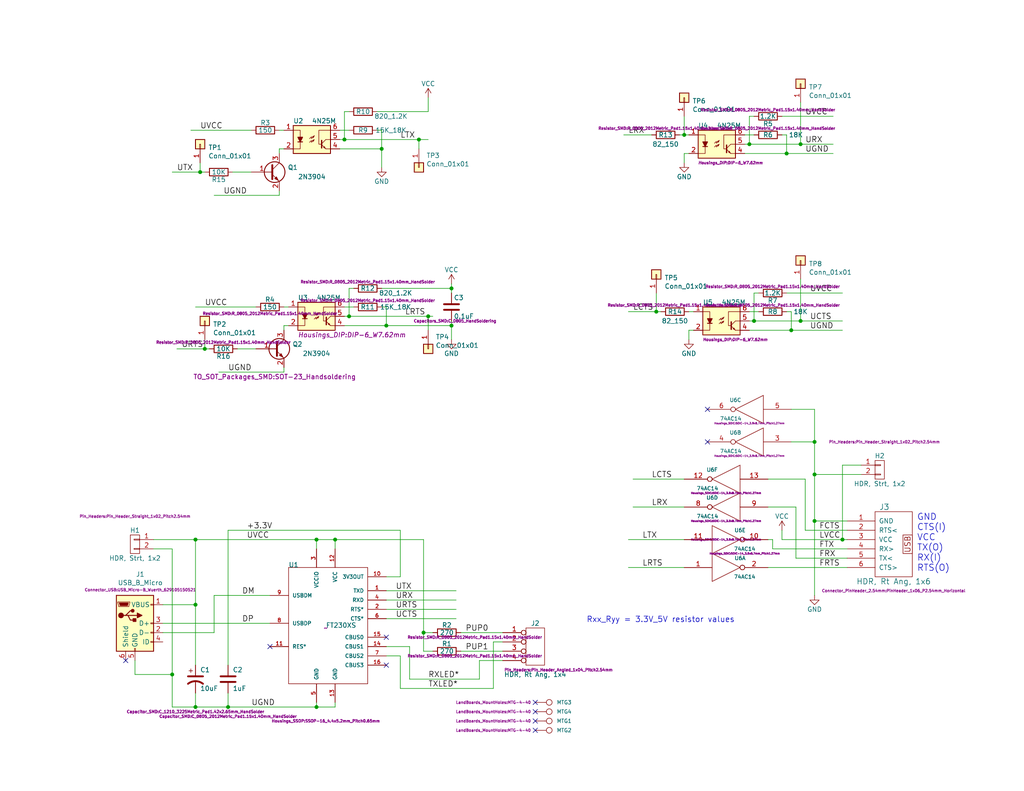
<source format=kicad_sch>
(kicad_sch (version 20211123) (generator eeschema)
  (paper "A")
  (title_block (title "Opto-Isolated USB to FTDI Interface") (date "2022-10-30") (rev "4"))
  (lib_symbols
    (symbol "Connector:USB_B_Micro" (pin_names (offset 1.016))
      (property "Reference" "J" (at -5.08 11.43 0))
      (property "Value" "USB_B_Micro" (at -5.08 8.89 0))
      (symbol "USB_B_Micro_0_1"
        (rectangle (start -5.08 -7.62) (end 5.08 7.62) (stroke (width 0.254)) (fill (type background)))
        (circle (center -3.81 2.159) (radius 0.635) (stroke (width 0.254)) (fill (type outline)))
        (circle (center -0.635 3.429) (radius 0.381) (stroke (width 0.254)) (fill (type outline)))
        (rectangle (start -0.127 -7.62) (end 0.127 -6.858))
        (polyline (pts (xy -1.905 2.159) (xy 0.635 2.159)) (stroke (width 0.254)))
        (polyline (pts (xy -3.175 2.159) (xy -2.54 2.159) (xy -1.27 3.429) (xy -0.635 3.429)) (stroke (width 0.254)))
        (polyline (pts (xy -2.54 2.159) (xy -1.905 2.159) (xy -1.27 0.889) (xy 0 0.889)) (stroke (width 0.254)))
        (polyline (pts (xy 0.635 2.794) (xy 0.635 1.524) (xy 1.905 2.159) (xy 0.635 2.794)) (stroke (width 0.254)) (fill (type outline)))
        (polyline (pts (xy -4.318 5.588) (xy -1.778 5.588) (xy -2.032 4.826) (xy -4.064 4.826) (xy -4.318 5.588)) (fill (type outline)))
        (polyline (pts (xy -4.699 5.842) (xy -4.699 5.588) (xy -4.445 4.826) (xy -4.445 4.572) (xy -1.651 4.572) (xy -1.651 4.826) (xy -1.397 5.588) (xy -1.397 5.842) (xy -4.699 5.842)))
        (rectangle (start 0.254 1.27) (end -0.508 0.508) (stroke (width 0.254)) (fill (type outline)))
        (rectangle (start 5.08 -5.207) (end 4.318 -4.953))
        (rectangle (start 5.08 -2.667) (end 4.318 -2.413))
        (rectangle (start 5.08 -0.127) (end 4.318 0.127))
        (rectangle (start 5.08 4.953) (end 4.318 5.207))
      )
      (symbol "USB_B_Micro_1_1"
        (pin power_out line (at 7.62 5.08 180) (length 2.54) (name "VBUS") (number "1"))
        (pin bidirectional line (at 7.62 -2.54 180) (length 2.54) (name "D-") (number "2"))
        (pin bidirectional line (at 7.62 0 180) (length 2.54) (name "D+") (number "3"))
        (pin passive line (at 7.62 -5.08 180) (length 2.54) (name "ID") (number "4"))
        (pin power_out line (at 0 -10.16 90) (length 2.54) (name "GND") (number "5"))
        (pin passive line (at -2.54 -10.16 90) (length 2.54) (name "Shield") (number "6"))
      )
    )
    (symbol "Connector_Generic:Conn_01x01" (pin_names (offset 1.016) hide)
      (property "Reference" "J" (at 0 2.54 0))
      (property "Value" "Conn_01x01" (at 0 -2.54 0))
      (symbol "Conn_01x01_1_1"
        (rectangle (start -1.27 0.127) (end 0 -0.127) (stroke (width 0.1524)))
        (rectangle (start -1.27 1.27) (end 1.27 -1.27) (stroke (width 0.254)) (fill (type background)))
        (pin passive line (at -5.08 0 0) (length 3.81) (name "Pin_1") (number "1"))
      )
    )
    (symbol "Device:C" (pin_numbers hide) (pin_names (offset 0.254))
      (property "Reference" "C" (at 0.635 2.54 0))
      (property "Value" "C" (at 0.635 -2.54 0))
      (symbol "C_0_1"
        (polyline (pts (xy -2.032 -0.762) (xy 2.032 -0.762)) (stroke (width 0.508)))
        (polyline (pts (xy -2.032 0.762) (xy 2.032 0.762)) (stroke (width 0.508)))
      )
      (symbol "C_1_1"
        (pin passive line (at 0 3.81 270) (length 2.794) (name "~") (number "1"))
        (pin passive line (at 0 -3.81 90) (length 2.794) (name "~") (number "2"))
      )
    )
    (symbol "Device:CP1" (pin_numbers hide) (pin_names (offset 0.254) hide)
      (property "Reference" "C" (at 0.635 2.54 0))
      (property "Value" "Device_CP1" (at 0.635 -2.54 0))
      (symbol "CP1_0_1"
        (polyline (pts (xy -2.032 0.762) (xy 2.032 0.762)) (stroke (width 0.508)))
        (polyline (pts (xy -1.778 2.286) (xy -0.762 2.286)))
        (polyline (pts (xy -1.27 1.778) (xy -1.27 2.794)))
        (arc (start 2.032 -1.27) (mid 0 -0.5572) (end -2.032 -1.27) (stroke (width 0.508)))
      )
      (symbol "CP1_1_1"
        (pin passive line (at 0 3.81 270) (length 2.794) (name "~") (number "1"))
        (pin passive line (at 0 -3.81 90) (length 3.302) (name "~") (number "2"))
      )
    )
    (symbol "Device:R" (pin_numbers hide) (pin_names (offset 0))
      (property "Reference" "R" (at 2.032 0 90))
      (property "Value" "R" (at 0 0 90))
      (symbol "R_0_1"
        (rectangle (start -1.016 -2.54) (end 1.016 2.54) (stroke (width 0.254)))
      )
      (symbol "R_1_1"
        (pin passive line (at 0 3.81 270) (length 1.27) (name "~") (number "1"))
        (pin passive line (at 0 -3.81 90) (length 1.27) (name "~") (number "2"))
      )
    )
    (symbol "OptoUSB-rescue:4N25" (pin_names (offset 1.016))
      (property "Reference" "U" (at -5.08 5.08 0))
      (property "Value" "4N25" (at 0 5.08 0))
      (property "Footprint" "DIP-6" (at -5.08 -5.08 0))
      (symbol "4N25_0_1"
        (rectangle (start -5.08 3.81) (end 5.08 -3.81) (stroke (width 0.254)) (fill (type background)))
        (polyline (pts (xy -3.81 -0.635) (xy -2.54 -0.635)) (stroke (width 0.254)))
        (polyline (pts (xy 2.667 -1.397) (xy 3.81 -2.54)))
        (polyline (pts (xy 2.667 -1.143) (xy 3.81 0)))
        (polyline (pts (xy 3.81 -2.54) (xy 5.08 -2.54)))
        (polyline (pts (xy 3.81 0) (xy 5.08 0)))
        (polyline (pts (xy 2.667 -0.254) (xy 2.667 -2.286) (xy 2.667 -2.286)) (stroke (width 0.3556)))
        (polyline (pts (xy -5.08 -2.54) (xy -3.175 -2.54) (xy -3.175 2.54) (xy -5.08 2.54)))
        (polyline (pts (xy -3.175 -0.635) (xy -3.81 0.635) (xy -2.54 0.635) (xy -3.175 -0.635)) (stroke (width 0.254)) (fill (type outline)))
        (polyline (pts (xy -0.635 0.254) (xy -0.1016 0.762) (xy -0.1016 0.254) (xy 0.6604 1.016)))
        (polyline (pts (xy 0.6604 1.016) (xy 0.1524 0.762) (xy 0.4064 0.508) (xy 0.6604 1.016)))
        (polyline (pts (xy 3.683 -2.413) (xy 3.429 -1.905) (xy 3.175 -2.159) (xy 3.683 -2.413)))
        (polyline (pts (xy 5.08 2.54) (xy 1.905 2.54) (xy 1.905 -1.27) (xy 2.54 -1.27)))
        (polyline (pts (xy -0.635 -0.762) (xy -0.1016 -0.254) (xy -0.1016 -0.762) (xy 0.6604 0) (xy 0.1524 -0.254) (xy 0.4064 -0.508) (xy 0.6604 0)))
      )
      (symbol "4N25_1_1"
        (pin passive line (at -7.62 2.54 0) (length 2.54) (name "~") (number "1"))
        (pin passive line (at -7.62 -2.54 0) (length 2.54) (name "~") (number "2"))
        (pin passive line (at 7.62 -2.54 180) (length 2.54) (name "~") (number "4"))
        (pin passive line (at 7.62 0 180) (length 2.54) (name "~") (number "5"))
        (pin passive line (at 7.62 2.54 180) (length 2.54) (name "~") (number "6"))
      )
    )
    (symbol "OptoUSB-rescue:74HC14" (pin_names (offset 0.762))
      (property "Reference" "U" (at 3.81 2.54 0))
      (property "Value" "74HC14" (at 5.08 -2.54 0))
      (symbol "74HC14_0_0"
        (polyline (pts (xy -3.81 3.81) (xy -3.81 -3.81) (xy 3.81 0) (xy -3.81 3.81)))
        (pin power_in line (at -1.27 2.54 270) (length 0) hide (name "VCC") (number "14"))
        (pin power_in line (at -1.27 -2.54 90) (length 0) hide (name "GND") (number "7"))
      )
      (symbol "74HC14_1_1"
        (pin input line (at -11.43 0 0) (length 7.62) (name "~") (number "1"))
        (pin output inverted (at 11.43 0 180) (length 7.62) (name "~") (number "2"))
      )
      (symbol "74HC14_1_2"
        (pin input inverted (at -11.43 0 0) (length 7.62) (name "~") (number "1"))
        (pin output line (at 11.43 0 180) (length 7.62) (name "~") (number "2"))
      )
      (symbol "74HC14_2_1"
        (pin input line (at -11.43 0 0) (length 7.62) (name "~") (number "3"))
        (pin output inverted (at 11.43 0 180) (length 7.62) (name "~") (number "4"))
      )
      (symbol "74HC14_2_2"
        (pin input inverted (at -11.43 0 0) (length 7.62) (name "~") (number "3"))
        (pin output line (at 11.43 0 180) (length 7.62) (name "~") (number "4"))
      )
      (symbol "74HC14_3_1"
        (pin input line (at -11.43 0 0) (length 7.62) (name "~") (number "5"))
        (pin output inverted (at 11.43 0 180) (length 7.62) (name "~") (number "6"))
      )
      (symbol "74HC14_3_2"
        (pin input inverted (at -11.43 0 0) (length 7.62) (name "~") (number "5"))
        (pin output line (at 11.43 0 180) (length 7.62) (name "~") (number "6"))
      )
      (symbol "74HC14_4_1"
        (pin output inverted (at 11.43 0 180) (length 7.62) (name "~") (number "8"))
        (pin input line (at -11.43 0 0) (length 7.62) (name "~") (number "9"))
      )
      (symbol "74HC14_4_2"
        (pin output line (at 11.43 0 180) (length 7.62) (name "~") (number "8"))
        (pin input inverted (at -11.43 0 0) (length 7.62) (name "~") (number "9"))
      )
      (symbol "74HC14_5_1"
        (pin output inverted (at 11.43 0 180) (length 7.62) (name "~") (number "10"))
        (pin input line (at -11.43 0 0) (length 7.62) (name "~") (number "11"))
      )
      (symbol "74HC14_5_2"
        (pin output line (at 11.43 0 180) (length 7.62) (name "~") (number "10"))
        (pin input inverted (at -11.43 0 0) (length 7.62) (name "~") (number "11"))
      )
      (symbol "74HC14_6_1"
        (pin output inverted (at 11.43 0 180) (length 7.62) (name "~") (number "12"))
        (pin input line (at -11.43 0 0) (length 7.62) (name "~") (number "13"))
      )
      (symbol "74HC14_6_2"
        (pin output line (at 11.43 0 180) (length 7.62) (name "~") (number "12"))
        (pin input inverted (at -11.43 0 0) (length 7.62) (name "~") (number "13"))
      )
    )
    (symbol "OptoUSB-rescue:CONN_01X02" (pin_names (offset 1.016) hide)
      (property "Reference" "P" (at 0 3.81 0))
      (property "Value" "CONN_01X02" (at 2.54 0 90))
      (symbol "CONN_01X02_0_1"
        (rectangle (start -1.27 -1.143) (end 0.254 -1.397))
        (rectangle (start -1.27 1.397) (end 0.254 1.143))
        (rectangle (start -1.27 2.54) (end 1.27 -2.54))
      )
      (symbol "CONN_01X02_1_1"
        (pin passive line (at -5.08 1.27 0) (length 3.81) (name "P1") (number "1"))
        (pin passive line (at -5.08 -1.27 0) (length 3.81) (name "P2") (number "2"))
      )
    )
    (symbol "OptoUSB-rescue:CONN_1" (pin_numbers hide) (pin_names (offset 0.762) hide)
      (property "Reference" "P" (at 2.032 0 0))
      (symbol "CONN_1_0_1"
        (polyline (pts (xy -0.762 0) (xy -1.27 0)))
        (circle (center 0 0) (radius 0.7874))
      )
      (symbol "CONN_1_1_1"
        (pin passive line (at -3.81 0 0) (length 2.54) (name "1") (number "1"))
      )
    )
    (symbol "OptoUSB-rescue:CONN_4" (pin_names (offset 1.016) hide)
      (property "Reference" "P" (at -1.27 0 90))
      (property "Value" "CONN_4" (at 1.27 0 90))
      (symbol "CONN_4_0_1"
        (rectangle (start -2.54 5.08) (end 2.54 -5.08))
      )
      (symbol "CONN_4_1_1"
        (pin passive inverted (at -8.89 3.81 0) (length 6.35) (name "P1") (number "1"))
        (pin passive inverted (at -8.89 1.27 0) (length 6.35) (name "P2") (number "2"))
        (pin passive inverted (at -8.89 -1.27 0) (length 6.35) (name "P3") (number "3"))
        (pin passive inverted (at -8.89 -3.81 0) (length 6.35) (name "P4") (number "4"))
      )
    )
    (symbol "OptoUSB-rescue:FT230XS" (pin_names (offset 1.016))
      (property "Reference" "IC" (at -10.16 16.51 0))
      (property "Value" "FT230XS" (at 0 0 0))
      (symbol "FT230XS_0_1"
        (rectangle (start -10.16 16.51) (end 11.43 -15.24))
      )
      (symbol "FT230XS_1_1"
        (pin output line (at 16.51 10.16 180) (length 5.08) (name "TXD") (number "1"))
        (pin output line (at 16.51 13.97 180) (length 5.08) (name "3V3OUT") (number "10"))
        (pin input line (at -15.24 -5.08 0) (length 5.08) (name "RES*") (number "11"))
        (pin power_in line (at 2.54 21.59 270) (length 5.08) (name "VCC") (number "12"))
        (pin power_in line (at 2.54 -20.32 90) (length 5.08) (name "GND") (number "13"))
        (pin bidirectional line (at 16.51 -5.08 180) (length 5.08) (name "CBUS1") (number "14"))
        (pin bidirectional line (at 16.51 -2.54 180) (length 5.08) (name "CBUS0") (number "15"))
        (pin bidirectional line (at 16.51 -10.16 180) (length 5.08) (name "CBUS3") (number "16"))
        (pin output line (at 16.51 5.08 180) (length 5.08) (name "RTS*") (number "2"))
        (pin power_in line (at -2.54 21.59 270) (length 5.08) (name "VCCIO") (number "3"))
        (pin input line (at 16.51 7.62 180) (length 5.08) (name "RXD") (number "4"))
        (pin power_in line (at -2.54 -20.32 90) (length 5.08) (name "GND") (number "5"))
        (pin input line (at 16.51 2.54 180) (length 5.08) (name "CTS*") (number "6"))
        (pin bidirectional line (at 16.51 -7.62 180) (length 5.08) (name "CBUS2") (number "7"))
        (pin bidirectional line (at -15.24 1.27 0) (length 5.08) (name "USBDP") (number "8"))
        (pin bidirectional line (at -15.24 8.89 0) (length 5.08) (name "USBDM") (number "9"))
      )
    )
    (symbol "OptoUSB-rescue:FTDI-Slave" (pin_names (offset 1.016))
      (property "Reference" "BRD" (at 2.54 19.05 0))
      (property "Value" "FTDI-Slave" (at 0 -1.27 0))
      (symbol "FTDI-Slave_0_0"
        (rectangle (start -5.08 0) (end 5.08 17.78))
        (rectangle (start -5.08 11.43) (end -2.54 6.35))
        (text "USB" (at -3.81 8.89 900) (effects (font (size 1.524 1.524))))
      )
      (symbol "FTDI-Slave_1_1"
        (pin power_out line (at 12.7 15.24 180) (length 7.62) (name "GND") (number "1"))
        (pin input line (at 12.7 12.7 180) (length 7.62) (name "RTS<") (number "2"))
        (pin power_out line (at 12.7 10.16 180) (length 7.62) (name "VCC") (number "3"))
        (pin output line (at 12.7 7.62 180) (length 7.62) (name "RX>") (number "4"))
        (pin input line (at 12.7 5.08 180) (length 7.62) (name "TX<") (number "5"))
        (pin output line (at 12.7 2.54 180) (length 7.62) (name "CTS>") (number "6"))
      )
    )
    (symbol "OptoUSB-rescue:Q_NPN_BEC-RESCUE-OptoUSB" (pin_names (offset 0) hide)
      (property "Reference" "Q" (at 7.62 1.27 0))
      (property "Value" "Q_NPN_BEC-RESCUE-OptoUSB" (at 15.24 -1.27 0))
      (symbol "Q_NPN_BEC-RESCUE-OptoUSB_0_1"
        (polyline (pts (xy 0.635 0.635) (xy 2.54 2.54)))
        (polyline (pts (xy 0.635 -0.635) (xy 2.54 -2.54) (xy 2.54 -2.54)))
        (polyline (pts (xy 0.635 1.905) (xy 0.635 -1.905) (xy 0.635 -1.905)) (stroke (width 0.508)))
        (polyline (pts (xy 1.27 -1.778) (xy 1.778 -1.27) (xy 2.286 -2.286) (xy 1.27 -1.778) (xy 1.27 -1.778)) (fill (type outline)))
        (circle (center 1.27 0) (radius 2.8194) (stroke (width 0.254)))
      )
      (symbol "Q_NPN_BEC-RESCUE-OptoUSB_1_1"
        (pin input line (at -5.08 0 0) (length 5.715) (name "B") (number "1"))
        (pin open_emitter line (at 2.54 -5.08 90) (length 2.54) (name "E") (number "2"))
        (pin open_collector line (at 2.54 5.08 270) (length 2.54) (name "C") (number "3"))
      )
    )
    (symbol "power:GND" (power) (pin_names (offset 0))
      (property "Value" "GND" (at 0 -3.81 0))
      (symbol "GND_0_1"
        (polyline (pts (xy 0 0) (xy 0 -1.27) (xy 1.27 -1.27) (xy 0 -2.54) (xy -1.27 -1.27) (xy 0 -1.27)))
      )
      (symbol "GND_1_1"
        (pin power_in line (at 0 0 270) (length 0) hide (name "GND") (number "1"))
      )
    )
    (symbol "power:VCC" (power) (pin_names (offset 0))
      (property "Value" "VCC" (at 0 3.81 0))
      (symbol "VCC_0_1"
        (polyline (pts (xy -0.762 1.27) (xy 0 2.54)))
        (polyline (pts (xy 0 0) (xy 0 2.54)))
        (polyline (pts (xy 0 2.54) (xy 0.762 1.27)))
      )
      (symbol "VCC_1_1"
        (pin power_in line (at 0 0 90) (length 0) hide (name "VCC") (number "1"))
      )
    )
  )
  (junction (at 186.69 36.83))
  (junction (at 55.88 95.25))
  (junction (at 86.36 147.32))
  (junction (at 215.9 90.17))
  (junction (at 205.74 87.63))
  (junction (at 53.34 147.32))
  (junction (at 114.3 38.1))
  (junction (at 95.25 86.36))
  (junction (at 179.07 85.09))
  (junction (at 222.25 129.54))
  (junction (at 123.19 88.9))
  (junction (at 204.47 39.37))
  (junction (at 105.41 88.9))
  (junction (at 91.44 147.32))
  (junction (at 53.34 193.04))
  (junction (at 54.61 46.99))
  (junction (at 229.87 147.32))
  (junction (at 86.36 193.04))
  (junction (at 218.44 87.63))
  (junction (at 222.25 142.24))
  (junction (at 115.57 172.72))
  (junction (at 93.98 38.1))
  (junction (at 62.23 193.04))
  (junction (at 116.84 86.36))
  (junction (at 104.14 40.64))
  (junction (at 46.99 184.15))
  (junction (at 53.34 165.1))
  (junction (at 214.63 41.91))
  (junction (at 218.44 39.37))
  (junction (at 123.19 78.74))
  (junction (at 222.25 120.65))
  (no_connect (at 146.05 199.39))
  (no_connect (at 34.29 180.34))
  (no_connect (at 73.66 176.53))
  (no_connect (at 146.05 191.77))
  (no_connect (at 193.04 111.76))
  (no_connect (at 105.41 181.61))
  (no_connect (at 193.04 120.65))
  (no_connect (at 146.05 194.31))
  (no_connect (at 146.05 196.85))
  (no_connect (at 105.41 173.99))
  (wire (pts (xy 62.23 144.78) (xy 109.22 144.78)))
  (wire (pts (xy 64.77 95.25) (xy 69.85 95.25)))
  (wire (pts (xy 123.19 87.63) (xy 123.19 88.9)))
  (wire (pts (xy 77.47 88.9) (xy 77.47 90.17)))
  (wire (pts (xy 203.2 36.83) (xy 205.74 36.83)))
  (wire (pts (xy 91.44 193.04) (xy 91.44 191.77)))
  (wire (pts (xy 63.5 46.99) (xy 68.58 46.99)))
  (wire (pts (xy 115.57 177.8) (xy 118.11 177.8)))
  (wire (pts (xy 187.96 85.09) (xy 189.23 85.09)))
  (wire (pts (xy 114.3 38.1) (xy 116.84 38.1)))
  (wire (pts (xy 92.71 40.64) (xy 104.14 40.64)))
  (wire (pts (xy 177.8 36.83) (xy 170.18 36.83)))
  (wire (pts (xy 92.71 35.56) (xy 95.25 35.56)))
  (wire (pts (xy 46.99 193.04) (xy 53.34 193.04)))
  (wire (pts (xy 93.98 38.1) (xy 93.98 30.48)))
  (wire (pts (xy 231.14 147.32) (xy 229.87 147.32)))
  (wire (pts (xy 130.81 180.34) (xy 130.81 185.42)))
  (wire (pts (xy 53.34 165.1) (xy 53.34 181.61)))
  (wire (pts (xy 222.25 129.54) (xy 222.25 142.24)))
  (wire (pts (xy 109.22 179.07) (xy 105.41 179.07)))
  (wire (pts (xy 137.16 180.34) (xy 130.81 180.34)))
  (wire (pts (xy 93.98 30.48) (xy 95.25 30.48)))
  (wire (pts (xy 210.82 147.32) (xy 209.55 147.32)))
  (wire (pts (xy 57.15 95.25) (xy 55.88 95.25)))
  (wire (pts (xy 124.46 166.37) (xy 105.41 166.37)))
  (wire (pts (xy 204.47 31.75) (xy 205.74 31.75)))
  (wire (pts (xy 215.9 120.65) (xy 222.25 120.65)))
  (wire (pts (xy 44.45 170.18) (xy 73.66 170.18)))
  (wire (pts (xy 218.44 27.94) (xy 218.44 39.37)))
  (wire (pts (xy 116.84 86.36) (xy 116.84 90.17)))
  (wire (pts (xy 130.81 185.42) (xy 111.76 185.42)))
  (wire (pts (xy 214.63 41.91) (xy 214.63 36.83)))
  (wire (pts (xy 95.25 78.74) (xy 96.52 78.74)))
  (wire (pts (xy 41.91 147.32) (xy 53.34 147.32)))
  (wire (pts (xy 213.36 147.32) (xy 213.36 144.78)))
  (wire (pts (xy 172.72 130.81) (xy 186.69 130.81)))
  (wire (pts (xy 36.83 180.34) (xy 36.83 184.15)))
  (wire (pts (xy 214.63 41.91) (xy 227.33 41.91)))
  (wire (pts (xy 222.25 142.24) (xy 231.14 142.24)))
  (wire (pts (xy 76.2 53.34) (xy 76.2 52.07)))
  (wire (pts (xy 179.07 80.01) (xy 179.07 85.09)))
  (wire (pts (xy 91.44 147.32) (xy 115.57 147.32)))
  (wire (pts (xy 86.36 193.04) (xy 91.44 193.04)))
  (wire (pts (xy 231.14 149.86) (xy 210.82 149.86)))
  (wire (pts (xy 102.87 30.48) (xy 116.84 30.48)))
  (wire (pts (xy 234.95 129.54) (xy 222.25 129.54)))
  (wire (pts (xy 53.34 193.04) (xy 62.23 193.04)))
  (wire (pts (xy 86.36 147.32) (xy 91.44 147.32)))
  (wire (pts (xy 214.63 80.01) (xy 229.87 80.01)))
  (wire (pts (xy 218.44 76.2) (xy 218.44 87.63)))
  (wire (pts (xy 46.99 184.15) (xy 46.99 193.04)))
  (wire (pts (xy 109.22 187.96) (xy 109.22 179.07)))
  (wire (pts (xy 58.42 172.72) (xy 44.45 172.72)))
  (wire (pts (xy 189.23 90.17) (xy 187.96 90.17)))
  (wire (pts (xy 231.14 154.94) (xy 209.55 154.94)))
  (wire (pts (xy 105.41 161.29) (xy 124.46 161.29)))
  (wire (pts (xy 105.41 157.48) (xy 109.22 157.48)))
  (wire (pts (xy 215.9 90.17) (xy 215.9 85.09)))
  (wire (pts (xy 215.9 85.09) (xy 214.63 85.09)))
  (wire (pts (xy 231.14 152.4) (xy 217.17 152.4)))
  (wire (pts (xy 116.84 30.48) (xy 116.84 26.67)))
  (wire (pts (xy 73.66 162.56) (xy 58.42 162.56)))
  (wire (pts (xy 180.34 85.09) (xy 179.07 85.09)))
  (wire (pts (xy 86.36 149.86) (xy 86.36 147.32)))
  (wire (pts (xy 186.69 31.75) (xy 186.69 36.83)))
  (wire (pts (xy 77.47 83.82) (xy 78.74 83.82)))
  (wire (pts (xy 76.2 41.91) (xy 76.2 40.64)))
  (wire (pts (xy 217.17 138.43) (xy 209.55 138.43)))
  (wire (pts (xy 58.42 162.56) (xy 58.42 172.72)))
  (wire (pts (xy 137.16 175.26) (xy 134.62 175.26)))
  (wire (pts (xy 186.69 36.83) (xy 187.96 36.83)))
  (wire (pts (xy 104.14 35.56) (xy 102.87 35.56)))
  (wire (pts (xy 54.61 44.45) (xy 54.61 46.99)))
  (wire (pts (xy 69.85 83.82) (xy 53.34 83.82)))
  (wire (pts (xy 105.41 88.9) (xy 105.41 83.82)))
  (wire (pts (xy 76.2 35.56) (xy 77.47 35.56)))
  (wire (pts (xy 205.74 80.01) (xy 207.01 80.01)))
  (wire (pts (xy 76.2 40.64) (xy 77.47 40.64)))
  (wire (pts (xy 123.19 88.9) (xy 123.19 92.71)))
  (wire (pts (xy 205.74 87.63) (xy 205.74 80.01)))
  (wire (pts (xy 205.74 87.63) (xy 218.44 87.63)))
  (wire (pts (xy 62.23 181.61) (xy 62.23 144.78)))
  (wire (pts (xy 54.61 46.99) (xy 46.99 46.99)))
  (wire (pts (xy 179.07 85.09) (xy 171.45 85.09)))
  (wire (pts (xy 46.99 149.86) (xy 46.99 184.15)))
  (wire (pts (xy 105.41 88.9) (xy 123.19 88.9)))
  (wire (pts (xy 93.98 38.1) (xy 114.3 38.1)))
  (wire (pts (xy 115.57 147.32) (xy 115.57 172.72)))
  (wire (pts (xy 204.47 85.09) (xy 207.01 85.09)))
  (wire (pts (xy 222.25 120.65) (xy 222.25 129.54)))
  (wire (pts (xy 36.83 184.15) (xy 46.99 184.15)))
  (wire (pts (xy 59.69 101.6) (xy 77.47 101.6)))
  (wire (pts (xy 204.47 39.37) (xy 218.44 39.37)))
  (wire (pts (xy 111.76 176.53) (xy 111.76 185.42)))
  (wire (pts (xy 125.73 172.72) (xy 137.16 172.72)))
  (wire (pts (xy 93.98 86.36) (xy 95.25 86.36)))
  (wire (pts (xy 55.88 92.71) (xy 55.88 95.25)))
  (wire (pts (xy 229.87 127) (xy 229.87 147.32)))
  (wire (pts (xy 204.47 39.37) (xy 204.47 31.75)))
  (wire (pts (xy 186.69 41.91) (xy 186.69 44.45)))
  (wire (pts (xy 104.14 40.64) (xy 104.14 45.72)))
  (wire (pts (xy 115.57 172.72) (xy 115.57 177.8)))
  (wire (pts (xy 115.57 172.72) (xy 118.11 172.72)))
  (wire (pts (xy 217.17 152.4) (xy 217.17 138.43)))
  (wire (pts (xy 46.99 149.86) (xy 41.91 149.86)))
  (wire (pts (xy 187.96 41.91) (xy 186.69 41.91)))
  (wire (pts (xy 124.46 168.91) (xy 105.41 168.91)))
  (wire (pts (xy 219.71 130.81) (xy 209.55 130.81)))
  (wire (pts (xy 186.69 154.94) (xy 171.45 154.94)))
  (wire (pts (xy 104.14 78.74) (xy 123.19 78.74)))
  (wire (pts (xy 78.74 88.9) (xy 77.47 88.9)))
  (wire (pts (xy 186.69 147.32) (xy 171.45 147.32)))
  (wire (pts (xy 55.88 95.25) (xy 48.26 95.25)))
  (wire (pts (xy 123.19 77.47) (xy 123.19 78.74)))
  (wire (pts (xy 86.36 193.04) (xy 86.36 191.77)))
  (wire (pts (xy 124.46 163.83) (xy 105.41 163.83)))
  (wire (pts (xy 214.63 36.83) (xy 213.36 36.83)))
  (wire (pts (xy 218.44 87.63) (xy 229.87 87.63)))
  (wire (pts (xy 231.14 144.78) (xy 219.71 144.78)))
  (wire (pts (xy 203.2 39.37) (xy 204.47 39.37)))
  (wire (pts (xy 77.47 101.6) (xy 77.47 100.33)))
  (wire (pts (xy 95.25 86.36) (xy 116.84 86.36)))
  (wire (pts (xy 114.3 40.64) (xy 114.3 38.1)))
  (wire (pts (xy 218.44 39.37) (xy 227.33 39.37)))
  (wire (pts (xy 62.23 193.04) (xy 86.36 193.04)))
  (wire (pts (xy 53.34 147.32) (xy 53.34 165.1)))
  (wire (pts (xy 229.87 147.32) (xy 213.36 147.32)))
  (wire (pts (xy 93.98 88.9) (xy 105.41 88.9)))
  (wire (pts (xy 92.71 38.1) (xy 93.98 38.1)))
  (wire (pts (xy 204.47 87.63) (xy 205.74 87.63)))
  (wire (pts (xy 187.96 90.17) (xy 187.96 92.71)))
  (wire (pts (xy 203.2 41.91) (xy 214.63 41.91)))
  (wire (pts (xy 62.23 193.04) (xy 62.23 189.23)))
  (wire (pts (xy 104.14 35.56) (xy 104.14 40.64)))
  (wire (pts (xy 105.41 83.82) (xy 104.14 83.82)))
  (wire (pts (xy 185.42 36.83) (xy 186.69 36.83)))
  (wire (pts (xy 109.22 157.48) (xy 109.22 144.78)))
  (wire (pts (xy 44.45 165.1) (xy 53.34 165.1)))
  (wire (pts (xy 210.82 149.86) (xy 210.82 147.32)))
  (wire (pts (xy 53.34 193.04) (xy 53.34 189.23)))
  (wire (pts (xy 222.25 111.76) (xy 222.25 120.65)))
  (wire (pts (xy 134.62 175.26) (xy 134.62 187.96)))
  (wire (pts (xy 234.95 127) (xy 229.87 127)))
  (wire (pts (xy 68.58 35.56) (xy 52.07 35.56)))
  (wire (pts (xy 222.25 111.76) (xy 215.9 111.76)))
  (wire (pts (xy 53.34 147.32) (xy 86.36 147.32)))
  (wire (pts (xy 91.44 147.32) (xy 91.44 149.86)))
  (wire (pts (xy 204.47 90.17) (xy 215.9 90.17)))
  (wire (pts (xy 109.22 187.96) (xy 134.62 187.96)))
  (wire (pts (xy 58.42 53.34) (xy 76.2 53.34)))
  (wire (pts (xy 215.9 90.17) (xy 229.87 90.17)))
  (wire (pts (xy 125.73 177.8) (xy 137.16 177.8)))
  (wire (pts (xy 116.84 86.36) (xy 118.11 86.36)))
  (wire (pts (xy 55.88 46.99) (xy 54.61 46.99)))
  (wire (pts (xy 219.71 144.78) (xy 219.71 130.81)))
  (wire (pts (xy 213.36 31.75) (xy 227.33 31.75)))
  (wire (pts (xy 95.25 86.36) (xy 95.25 78.74)))
  (wire (pts (xy 105.41 176.53) (xy 111.76 176.53)))
  (wire (pts (xy 222.25 142.24) (xy 222.25 162.56)))
  (wire (pts (xy 172.72 138.43) (xy 186.69 138.43)))
  (wire (pts (xy 123.19 78.74) (xy 123.19 80.01)))
  (wire (pts (xy 93.98 83.82) (xy 96.52 83.82)))
  (text "Rxx_Ryy = 3.3V_5V resistor values" (at 160.02 170.18 0) (effects (font (size 1.524 1.524)) (justify left bottom)))
  (text "GND\nCTS(I)\nVCC\nTX(O)\nRX(I)\nRTS(O)" (at 250.19 156.21 0) (effects (font (size 1.7272 1.7272)) (justify left bottom)))
  (label "LTX" (at 109.22 38.1 0) (effects (font (size 1.524 1.524))))
  (label "UCTS" (at 107.95 168.91 0) (effects (font (size 1.524 1.524))))
  (label "LRTS" (at 175.26 154.94 0) (effects (font (size 1.524 1.524))))
  (label "RXLED*" (at 116.84 185.42 0) (effects (font (size 1.524 1.524))))
  (label "LRX" (at 171.45 36.83 0) (effects (font (size 1.524 1.524))))
  (label "DP" (at 66.04 170.18 0) (effects (font (size 1.524 1.524))))
  (label "TXLED*" (at 116.84 187.96 0) (effects (font (size 1.524 1.524))))
  (label "UCTS" (at 220.98 87.63 0) (effects (font (size 1.524 1.524))))
  (label "UVCC" (at 219.71 31.75 0) (effects (font (size 1.524 1.524))))
  (label "URX" (at 107.95 163.83 0) (effects (font (size 1.524 1.524))))
  (label "LTX" (at 175.26 147.32 0) (effects (font (size 1.524 1.524))))
  (label "UGND" (at 60.96 53.34 0) (effects (font (size 1.524 1.524))))
  (label "URTS" (at 49.53 95.25 0) (effects (font (size 1.524 1.524))))
  (label "UGND" (at 219.71 41.91 0) (effects (font (size 1.524 1.524))))
  (label "UVCC" (at 67.31 147.32 0) (effects (font (size 1.524 1.524))))
  (label "UVCC" (at 54.61 35.56 0) (effects (font (size 1.524 1.524))))
  (label "FTX" (at 223.52 149.86 0) (effects (font (size 1.524 1.524))))
  (label "PUP0" (at 127 172.72 0) (effects (font (size 1.524 1.524))))
  (label "LRX" (at 177.8 138.43 0) (effects (font (size 1.524 1.524))))
  (label "UTX" (at 48.26 46.99 0) (effects (font (size 1.524 1.524))))
  (label "LCTS" (at 172.72 85.09 0) (effects (font (size 1.524 1.524))))
  (label "UVCC" (at 55.88 83.82 0) (effects (font (size 1.524 1.524))))
  (label "UVCC" (at 220.98 80.01 0) (effects (font (size 1.524 1.524))))
  (label "LRTS" (at 110.49 86.36 0) (effects (font (size 1.524 1.524))))
  (label "PUP1" (at 127 177.8 0) (effects (font (size 1.524 1.524))))
  (label "UGND" (at 68.58 193.04 0) (effects (font (size 1.524 1.524))))
  (label "DM" (at 66.04 162.56 0) (effects (font (size 1.524 1.524))))
  (label "UGND" (at 220.98 90.17 0) (effects (font (size 1.524 1.524))))
  (label "UTX" (at 107.95 161.29 0) (effects (font (size 1.524 1.524))))
  (label "FRTS" (at 223.52 154.94 0) (effects (font (size 1.524 1.524))))
  (label "LVCC" (at 223.52 147.32 0) (effects (font (size 1.524 1.524))))
  (label "FRX" (at 223.52 152.4 0) (effects (font (size 1.524 1.524))))
  (label "FCTS" (at 223.52 144.78 0) (effects (font (size 1.524 1.524))))
  (label "URX" (at 219.71 39.37 0) (effects (font (size 1.524 1.524))))
  (label "+3.3V" (at 67.31 144.78 0) (effects (font (size 1.524 1.524))))
  (label "UGND" (at 62.23 101.6 0) (effects (font (size 1.524 1.524))))
  (label "LCTS" (at 177.8 130.81 0) (effects (font (size 1.524 1.524))))
  (label "URTS" (at 107.95 166.37 0) (effects (font (size 1.524 1.524))))
  (symbol (lib_id "Device:CP1") (at 53.34 185.42 0) (unit 1)
    (property "Reference" "C1" (at 54.61 182.88 0) (effects (justify left)))
    (property "Value" "10uF" (at 54.61 187.96 0) (effects (justify left)))
    (property "Footprint" "Capacitor_SMD:C_1210_3225Metric_Pad1.42x2.65mm_HandSolder" (at 53.34 194.31 0) (effects (font (size 0.762 0.762))))
    (property "Mfg" "Yaego" (effects hide))
    (property "MfgPN" "CC121ZKY5V8BB106" (effects hide))
    (property "Vendor" "Mouser" (effects hide))
    (property "VendorPN" "603-CC121ZKY5V8BB106" (effects hide))
  )
  (symbol (lib_id "Device:C") (at 62.23 185.42 0) (unit 1)
    (property "Reference" "C2" (at 63.5 182.88 0) (effects (justify left)))
    (property "Value" "1uF" (at 63.5 187.96 0) (effects (justify left)))
    (property "Footprint" "Capacitor_SMD:C_0805_2012Metric_Pad1.15x1.40mm_HandSolder" (at 62.23 195.58 0) (effects (font (size 0.762 0.762))))
    (property "Mfg" "Murata" (effects hide))
    (property "MfgPN" "GRM155F51E104ZA1J " (effects hide))
    (property "Vendor" "Mouser" (effects hide))
    (property "VendorPN" "81-GRM155F51E104ZA1J " (effects hide))
  )
  (symbol (lib_id "Device:R") (at 121.92 172.72 90) (unit 1)
    (property "Reference" "R2" (at 121.92 170.688 90))
    (property "Value" "270" (at 121.92 172.72 90))
    (property "Footprint" "Resistor_SMD:R_0805_2012Metric_Pad1.15x1.40mm_HandSolder" (at 129.54 173.99 90) (effects (font (size 0.762 0.762))))
    (property "Mfg" "TE" (effects hide))
    (property "MfgPN" "CRG0805F270R" (effects hide))
    (property "Vendor" "Mouser" (effects hide))
    (property "VendorPN" "279-CRG0805F270R" (effects hide))
  )
  (symbol (lib_id "Device:R") (at 121.92 177.8 90) (unit 1)
    (property "Reference" "R1" (at 121.92 175.768 90))
    (property "Value" "270" (at 121.92 177.8 90))
    (property "Footprint" "Resistor_SMD:R_0805_2012Metric_Pad1.15x1.40mm_HandSolder" (at 129.54 179.07 90) (effects (font (size 0.762 0.762))))
  )
  (symbol (lib_id "OptoUSB-rescue:CONN_1") (at 149.86 196.85 0) (unit 1)
    (property "Reference" "MTG1" (at 151.892 196.85 0) (effects (font (size 1.016 1.016)) (justify left)))
    (property "Value" "CONN_1" (effects hide))
    (property "Footprint" "LandBoards_MountHoles:MTG-4-40" (at 134.62 196.85 0) (effects (font (size 0.762 0.762))))
    (property "Mfg" "N/A" (effects hide))
    (property "MfgPN" "N/A" (effects hide))
    (property "Vendor" "N/A" (effects hide))
    (property "VendorPN" "N/A" (effects hide))
  )
  (symbol (lib_id "OptoUSB-rescue:CONN_1") (at 149.86 199.39 0) (unit 1)
    (property "Reference" "MTG2" (at 151.892 199.39 0) (effects (font (size 1.016 1.016)) (justify left)))
    (property "Value" "CONN_1" (effects hide))
    (property "Footprint" "LandBoards_MountHoles:MTG-4-40" (at 134.62 199.39 0) (effects (font (size 0.762 0.762))))
  )
  (symbol (lib_id "OptoUSB-rescue:FT230XS") (at 88.9 171.45 0) (unit 1)
    (property "Reference" "U1" (at 78.74 154.94 0) (effects (justify left bottom)))
    (property "Value" "FT230XS" (at 88.9 171.45 0) (effects (justify left bottom)))
    (property "Footprint" "Housings_SSOP:SSOP-16_4.4x5.2mm_Pitch0.65mm" (at 88.9 196.85 0) (effects (font (size 0.762 0.762))))
    (property "Datasheet" "~" (at 88.9 171.45 0) (effects (font (size 1.524 1.524))))
  )
  (symbol (lib_id "OptoUSB-rescue:4N25") (at 85.09 38.1 0) (unit 1)
    (property "Reference" "U2" (at 80.01 33.02 0) (effects (justify left)))
    (property "Value" "4N25M" (at 85.09 33.02 0) (effects (justify left)))
    (property "Footprint" "Housings_DIP:DIP-6_W7.62mm" (effects hide))
  )
  (symbol (lib_id "OptoUSB-rescue:CONN_4") (at 146.05 176.53 0) (unit 1)
    (property "Reference" "J2" (at 146.05 170.18 0))
    (property "Value" "HDR, Rt Ang, 1x4" (at 146.05 184.15 0))
    (property "Footprint" "Pin_Headers:Pin_Header_Angled_1x04_Pitch2.54mm" (at 152.4 182.88 0) (effects (font (size 0.762 0.762))))
  )
  (symbol (lib_id "OptoUSB-rescue:74HC14") (at 204.47 111.76 0) (mirror y) (unit 3)
    (property "Reference" "U6" (at 200.66 109.22 0) (effects (font (size 1.016 1.016))))
    (property "Value" "74AC14" (at 199.39 114.3 0) (effects (font (size 1.016 1.016))))
    (property "Footprint" "Housings_SOIC:SOIC-14_3.9x8.7mm_Pitch1.27mm" (at 204.47 115.57 0) (effects (font (size 0.508 0.508))))
  )
  (symbol (lib_id "Device:R") (at 72.39 35.56 90) (unit 1)
    (property "Reference" "R3" (at 72.39 33.528 90))
    (property "Value" "150" (at 72.39 35.56 90))
    (property "Footprint" "Resistor_SMD:R_0805_2012Metric_Pad1.15x1.40mm_HandSolder" (effects hide))
  )
  (symbol (lib_id "Device:R") (at 99.06 35.56 270) (unit 1)
    (property "Reference" "R9" (at 99.06 35.56 90))
    (property "Value" "15K_18K" (at 106.68 35.56 90))
    (property "Footprint" "Resistor_SMD:R_0805_2012Metric_Pad1.15x1.40mm_HandSolder" (effects hide))
  )
  (symbol (lib_id "Device:C") (at 123.19 83.82 0) (unit 1)
    (property "Reference" "C3" (at 123.825 81.28 0) (effects (justify left)))
    (property "Value" "0.1uF" (at 123.825 86.36 0) (effects (justify left)))
    (property "Footprint" "Capacitors_SMD:C_0805_HandSoldering" (at 124.1552 87.63 0) (effects (font (size 0.762 0.762))))
  )
  (symbol (lib_id "OptoUSB-rescue:74HC14") (at 198.12 138.43 0) (mirror y) (unit 4)
    (property "Reference" "U6" (at 194.31 135.89 0) (effects (font (size 1.016 1.016))))
    (property "Value" "74AC14" (at 193.04 140.97 0) (effects (font (size 1.016 1.016))))
    (property "Footprint" "Housings_SOIC:SOIC-14_3.9x8.7mm_Pitch1.27mm" (at 198.12 142.24 0) (effects (font (size 0.508 0.508))))
  )
  (symbol (lib_id "OptoUSB-rescue:74HC14") (at 204.47 120.65 0) (mirror y) (unit 2)
    (property "Reference" "U6" (at 200.66 118.11 0) (effects (font (size 1.016 1.016))))
    (property "Value" "74AC14" (at 199.39 123.19 0) (effects (font (size 1.016 1.016))))
    (property "Footprint" "Housings_SOIC:SOIC-14_3.9x8.7mm_Pitch1.27mm" (at 204.47 124.46 0) (effects (font (size 0.508 0.508))))
  )
  (symbol (lib_id "OptoUSB-rescue:74HC14") (at 198.12 154.94 0) (unit 1)
    (property "Reference" "U6" (at 201.93 152.4 0) (effects (font (size 1.016 1.016))))
    (property "Value" "74AC14" (at 203.2 157.48 0) (effects (font (size 1.016 1.016))))
    (property "Footprint" "Housings_SOIC:SOIC-14_3.9x8.7mm_Pitch1.27mm" (at 203.2 151.13 0) (effects (font (size 0.508 0.508))))
  )
  (symbol (lib_id "power:VCC") (at 116.84 26.67 0) (unit 1)
    (property "Reference" "#PWR02" (effects hide))
    (property "Value" "VCC" (at 116.84 22.86 0))
  )
  (symbol (lib_id "OptoUSB-rescue:FTDI-Slave") (at 243.84 157.48 0) (mirror y) (unit 1)
    (property "Reference" "J3" (at 241.3 138.43 0) (effects (font (size 1.524 1.524))))
    (property "Value" "HDR, Rt Ang, 1x6" (at 243.84 158.75 0) (effects (font (size 1.524 1.524))))
    (property "Footprint" "Connector_PinHeader_2.54mm:PinHeader_1x06_P2.54mm_Horizontal" (at 243.84 161.29 0) (effects (font (size 0.762 0.762))))
  )
  (symbol (lib_id "power:GND") (at 104.14 45.72 0) (unit 1)
    (property "Reference" "#PWR01" (effects hide))
    (property "Value" "GND" (at 104.14 49.53 0))
  )
  (symbol (lib_id "power:GND") (at 187.96 92.71 0) (unit 1)
    (property "Reference" "#PWR06" (effects hide))
    (property "Value" "GND" (at 187.96 96.52 0))
  )
  (symbol (lib_id "power:GND") (at 186.69 44.45 0) (unit 1)
    (property "Reference" "#PWR05" (effects hide))
    (property "Value" "GND" (at 186.69 48.26 0))
  )
  (symbol (lib_id "power:GND") (at 222.25 162.56 0) (unit 1)
    (property "Reference" "#PWR08" (effects hide))
    (property "Value" "GND" (at 222.25 166.37 0))
  )
  (symbol (lib_id "power:VCC") (at 213.36 144.78 0) (unit 1)
    (property "Reference" "#PWR07" (effects hide))
    (property "Value" "VCC" (at 213.36 140.97 0))
  )
  (symbol (lib_id "power:VCC") (at 123.19 77.47 0) (unit 1)
    (property "Reference" "#PWR03" (effects hide))
    (property "Value" "VCC" (at 123.19 73.66 0))
  )
  (symbol (lib_id "Device:R") (at 99.06 30.48 270) (unit 1)
    (property "Reference" "R10" (at 99.06 30.48 90))
    (property "Value" "820_1.2K" (at 106.68 31.75 90))
    (property "Footprint" "Resistor_SMD:R_0805_2012Metric_Pad1.15x1.40mm_HandSolder" (effects hide))
  )
  (symbol (lib_id "OptoUSB-rescue:4N25") (at 86.36 86.36 0) (unit 1)
    (property "Reference" "U3" (at 81.28 81.28 0) (effects (justify left)))
    (property "Value" "4N25M" (at 86.36 81.28 0) (effects (justify left)))
    (property "Footprint" "Housings_DIP:DIP-6_W7.62mm" (at 81.28 91.44 0) (effects (font italic) (justify left)))
  )
  (symbol (lib_id "Device:R") (at 73.66 83.82 90) (unit 1)
    (property "Reference" "R4" (at 73.66 81.788 90))
    (property "Value" "150" (at 73.66 83.82 90))
    (property "Footprint" "Resistor_SMD:R_0805_2012Metric_Pad1.15x1.40mm_HandSolder" (at 73.66 85.598 90) (effects (font (size 0.762 0.762))))
  )
  (symbol (lib_id "Device:R") (at 100.33 83.82 270) (unit 1)
    (property "Reference" "R11" (at 100.33 83.82 90))
    (property "Value" "15K_18K" (at 107.95 83.82 90))
    (property "Footprint" "Resistor_SMD:R_0805_2012Metric_Pad1.15x1.40mm_HandSolder" (at 100.33 82.042 90) (effects (font (size 0.762 0.762))))
  )
  (symbol (lib_id "Device:R") (at 100.33 78.74 270) (unit 1)
    (property "Reference" "R12" (at 100.33 78.74 90))
    (property "Value" "820_1.2K" (at 107.95 80.01 90))
    (property "Footprint" "Resistor_SMD:R_0805_2012Metric_Pad1.15x1.40mm_HandSolder" (at 100.33 76.962 90) (effects (font (size 0.762 0.762))))
  )
  (symbol (lib_id "OptoUSB-rescue:Q_NPN_BEC-RESCUE-OptoUSB") (at 73.66 46.99 0) (unit 1)
    (property "Reference" "Q1" (at 81.28 45.72 0) (effects (justify right)))
    (property "Value" "2N3904" (at 88.9 48.26 0) (effects (justify right)))
    (property "Footprint" "TO_SOT_Packages_SMD:SOT-23_Handsoldering" (effects hide))
  )
  (symbol (lib_id "OptoUSB-rescue:Q_NPN_BEC-RESCUE-OptoUSB") (at 74.93 95.25 0) (unit 1)
    (property "Reference" "Q2" (at 82.55 93.98 0) (effects (justify right)))
    (property "Value" "2N3904" (at 90.17 96.52 0) (effects (justify right)))
    (property "Footprint" "TO_SOT_Packages_SMD:SOT-23_Handsoldering" (at 74.93 102.87 0))
  )
  (symbol (lib_id "OptoUSB-rescue:4N25") (at 195.58 39.37 0) (unit 1)
    (property "Reference" "U4" (at 190.5 34.29 0) (effects (justify left)))
    (property "Value" "4N25M" (at 195.58 34.29 0) (effects (justify left)))
    (property "Footprint" "Housings_DIP:DIP-6_W7.62mm" (at 190.5 44.45 0) (effects (font (size 0.762 0.762) italic) (justify left)))
  )
  (symbol (lib_id "Device:R") (at 181.61 36.83 270) (unit 1)
    (property "Reference" "R13" (at 181.61 36.83 90))
    (property "Value" "82_150" (at 181.61 39.37 90))
    (property "Footprint" "Resistor_SMD:R_0805_2012Metric_Pad1.15x1.40mm_HandSolder" (at 181.61 35.052 90) (effects (font (size 0.762 0.762))))
  )
  (symbol (lib_id "Device:R") (at 209.55 36.83 270) (unit 1)
    (property "Reference" "R6" (at 209.55 36.83 90))
    (property "Value" "18K" (at 217.17 36.83 90))
    (property "Footprint" "Resistor_SMD:R_0805_2012Metric_Pad1.15x1.40mm_HandSolder" (at 209.55 35.052 90) (effects (font (size 0.762 0.762))))
  )
  (symbol (lib_id "Device:R") (at 209.55 31.75 270) (unit 1)
    (property "Reference" "R5" (at 209.55 33.782 90))
    (property "Value" "1.2K" (at 209.55 31.75 90))
    (property "Footprint" "Resistor_SMD:R_0805_2012Metric_Pad1.15x1.40mm_HandSolder" (at 209.55 29.972 90) (effects (font (size 0.762 0.762))))
  )
  (symbol (lib_id "OptoUSB-rescue:4N25") (at 196.85 87.63 0) (unit 1)
    (property "Reference" "U5" (at 191.77 82.55 0) (effects (justify left)))
    (property "Value" "4N25M" (at 196.85 82.55 0) (effects (justify left)))
    (property "Footprint" "Housings_DIP:DIP-6_W7.62mm" (at 191.77 92.71 0) (effects (font (size 0.762 0.762) italic) (justify left)))
  )
  (symbol (lib_id "Device:R") (at 184.15 85.09 270) (unit 1)
    (property "Reference" "R14" (at 184.15 85.09 90))
    (property "Value" "82_150" (at 184.15 87.63 90))
    (property "Footprint" "Resistor_SMD:R_0805_2012Metric_Pad1.15x1.40mm_HandSolder" (at 184.15 83.312 90) (effects (font (size 0.762 0.762))))
  )
  (symbol (lib_id "Device:R") (at 210.82 85.09 270) (unit 1)
    (property "Reference" "R8" (at 210.82 85.09 90))
    (property "Value" "18K" (at 218.44 85.09 90))
    (property "Footprint" "Resistor_SMD:R_0805_2012Metric_Pad1.15x1.40mm_HandSolder" (at 210.82 83.312 90) (effects (font (size 0.762 0.762))))
  )
  (symbol (lib_id "Device:R") (at 210.82 80.01 270) (unit 1)
    (property "Reference" "R7" (at 210.82 82.042 90))
    (property "Value" "1.2K" (at 210.82 80.01 90))
    (property "Footprint" "Resistor_SMD:R_0805_2012Metric_Pad1.15x1.40mm_HandSolder" (at 210.82 78.232 90) (effects (font (size 0.762 0.762))))
  )
  (symbol (lib_id "OptoUSB-rescue:74HC14") (at 198.12 147.32 0) (unit 5)
    (property "Reference" "U6" (at 201.93 144.78 0) (effects (font (size 1.016 1.016))))
    (property "Value" "74AC14" (at 203.2 149.86 0) (effects (font (size 1.016 1.016))))
    (property "Footprint" "Housings_SOIC:SOIC-14_3.9x8.7mm_Pitch1.27mm" (at 198.12 147.32 0) (effects (font (size 0.508 0.508))))
  )
  (symbol (lib_id "OptoUSB-rescue:74HC14") (at 198.12 130.81 0) (mirror y) (unit 6)
    (property "Reference" "U6" (at 194.31 128.27 0) (effects (font (size 1.016 1.016))))
    (property "Value" "74AC14" (at 193.04 133.35 0) (effects (font (size 1.016 1.016))))
    (property "Footprint" "Housings_SOIC:SOIC-14_3.9x8.7mm_Pitch1.27mm" (at 198.12 134.62 0) (effects (font (size 0.508 0.508))))
  )
  (symbol (lib_id "OptoUSB-rescue:CONN_1") (at 149.86 194.31 0) (unit 1)
    (property "Reference" "MTG4" (at 151.892 194.31 0) (effects (font (size 1.016 1.016)) (justify left)))
    (property "Value" "CONN_1" (effects hide))
    (property "Footprint" "LandBoards_MountHoles:MTG-4-40" (at 134.62 194.31 0) (effects (font (size 0.762 0.762))))
  )
  (symbol (lib_id "OptoUSB-rescue:CONN_1") (at 149.86 191.77 0) (unit 1)
    (property "Reference" "MTG3" (at 151.892 191.77 0) (effects (font (size 1.016 1.016)) (justify left)))
    (property "Value" "CONN_1" (effects hide))
    (property "Footprint" "LandBoards_MountHoles:MTG-4-40" (at 134.62 191.77 0) (effects (font (size 0.762 0.762))))
    (property "Mfg" "N/A" (effects hide))
    (property "MfgPN" "N/A" (effects hide))
    (property "Vendor" "N/A" (effects hide))
    (property "VendorPN" "N/A" (effects hide))
  )
  (symbol (lib_id "power:GND") (at 123.19 92.71 0) (unit 1)
    (property "Reference" "#PWR04" (effects hide))
    (property "Value" "GND" (at 123.19 96.52 0))
  )
  (symbol (lib_id "Device:R") (at 59.69 46.99 270) (unit 1)
    (property "Reference" "R15" (at 59.69 49.022 90))
    (property "Value" "10K" (at 59.69 46.99 90))
    (property "Footprint" "Resistor_SMD:R_0805_2012Metric_Pad1.15x1.40mm_HandSolder" (effects hide))
  )
  (symbol (lib_id "Device:R") (at 60.96 95.25 270) (unit 1)
    (property "Reference" "R16" (at 60.96 97.282 90))
    (property "Value" "10K" (at 60.96 95.25 90))
    (property "Footprint" "Resistor_SMD:R_0805_2012Metric_Pad1.15x1.40mm_HandSolder" (at 60.96 93.472 90) (effects (font (size 0.762 0.762))))
  )
  (symbol (lib_id "OptoUSB-rescue:CONN_01X02") (at 36.83 148.59 0) (mirror y) (unit 1)
    (property "Reference" "H1" (at 36.83 144.78 0))
    (property "Value" "HDR, Strt, 1x2" (at 36.83 152.4 0))
    (property "Footprint" "Pin_Headers:Pin_Header_Straight_1x02_Pitch2.54mm" (at 36.83 140.97 0) (effects (font (size 0.762 0.762))))
  )
  (symbol (lib_id "OptoUSB-rescue:CONN_01X02") (at 240.03 128.27 0) (unit 1)
    (property "Reference" "H2" (at 240.03 124.46 0))
    (property "Value" "HDR, Strt, 1x2" (at 240.03 132.08 0))
    (property "Footprint" "Pin_Headers:Pin_Header_Straight_1x02_Pitch2.54mm" (at 241.3 120.65 0) (effects (font (size 0.762 0.762))))
  )
  (symbol (lib_id "Connector:USB_B_Micro") (at 36.83 170.18 0) (unit 1)
    (property "Reference" "J1" (at 38.2778 156.7942 0))
    (property "Value" "USB_B_Micro" (at 38.2778 159.1056 0))
    (property "Footprint" "Connector_USB:USB_Micro-B_Wuerth_629105150521" (at 38.2778 161.036 0) (effects (font (size 0.762 0.762))))
  )
  (symbol (lib_id "Connector_Generic:Conn_01x01") (at 54.61 39.37 90) (unit 1)
    (property "Reference" "TP1" (at 56.8452 40.2844 90) (effects (justify right)))
    (property "Value" "Conn_01x01" (at 56.8452 42.5958 90) (effects (justify right)))
    (property "Footprint" "Connector_PinHeader_2.54mm:PinHeader_1x01_P2.54mm_Vertical" (effects hide))
  )
  (symbol (lib_id "Connector_Generic:Conn_01x01") (at 55.88 87.63 90) (unit 1)
    (property "Reference" "TP2" (at 58.1152 88.5444 90) (effects (justify right)))
    (property "Value" "Conn_01x01" (at 58.1152 90.8558 90) (effects (justify right)))
    (property "Footprint" "Connector_PinHeader_2.54mm:PinHeader_1x01_P2.54mm_Vertical" (effects hide))
  )
  (symbol (lib_id "Connector_Generic:Conn_01x01") (at 218.44 22.86 90) (unit 1)
    (property "Reference" "TP7" (at 220.6752 23.7744 90) (effects (justify right)))
    (property "Value" "Conn_01x01" (at 220.6752 26.0858 90) (effects (justify right)))
    (property "Footprint" "Connector_PinHeader_2.54mm:PinHeader_1x01_P2.54mm_Vertical" (effects hide))
  )
  (symbol (lib_id "Connector_Generic:Conn_01x01") (at 218.44 71.12 90) (unit 1)
    (property "Reference" "TP8" (at 220.6752 72.0344 90) (effects (justify right)))
    (property "Value" "Conn_01x01" (at 220.6752 74.3458 90) (effects (justify right)))
    (property "Footprint" "Connector_PinHeader_2.54mm:PinHeader_1x01_P2.54mm_Vertical" (effects hide))
  )
  (symbol (lib_id "Connector_Generic:Conn_01x01") (at 114.3 45.72 270) (unit 1)
    (property "Reference" "TP3" (at 116.332 42.4688 90) (effects (justify left)))
    (property "Value" "Conn_01x01" (at 116.332 44.7802 90) (effects (justify left)))
    (property "Footprint" "Connector_PinHeader_2.54mm:PinHeader_1x01_P2.54mm_Vertical" (effects hide))
  )
  (symbol (lib_id "Connector_Generic:Conn_01x01") (at 179.07 74.93 90) (unit 1)
    (property "Reference" "TP5" (at 181.3052 75.8444 90) (effects (justify right)))
    (property "Value" "Conn_01x01" (at 181.3052 78.1558 90) (effects (justify right)))
    (property "Footprint" "Connector_PinHeader_2.54mm:PinHeader_1x01_P2.54mm_Vertical" (effects hide))
  )
  (symbol (lib_id "Connector_Generic:Conn_01x01") (at 186.69 26.67 90) (unit 1)
    (property "Reference" "TP6" (at 188.9252 27.5844 90) (effects (justify right)))
    (property "Value" "Conn_01x01" (at 188.9252 29.8958 90) (effects (justify right)))
    (property "Footprint" "Connector_PinHeader_2.54mm:PinHeader_1x01_P2.54mm_Vertical" (effects hide))
  )
  (symbol (lib_id "Connector_Generic:Conn_01x01") (at 116.84 95.25 270) (unit 1)
    (property "Reference" "TP4" (at 118.872 91.9988 90) (effects (justify left)))
    (property "Value" "Conn_01x01" (at 118.872 94.3102 90) (effects (justify left)))
    (property "Footprint" "Connector_PinHeader_2.54mm:PinHeader_1x01_P2.54mm_Vertical" (effects hide))
  )
)
</source>
